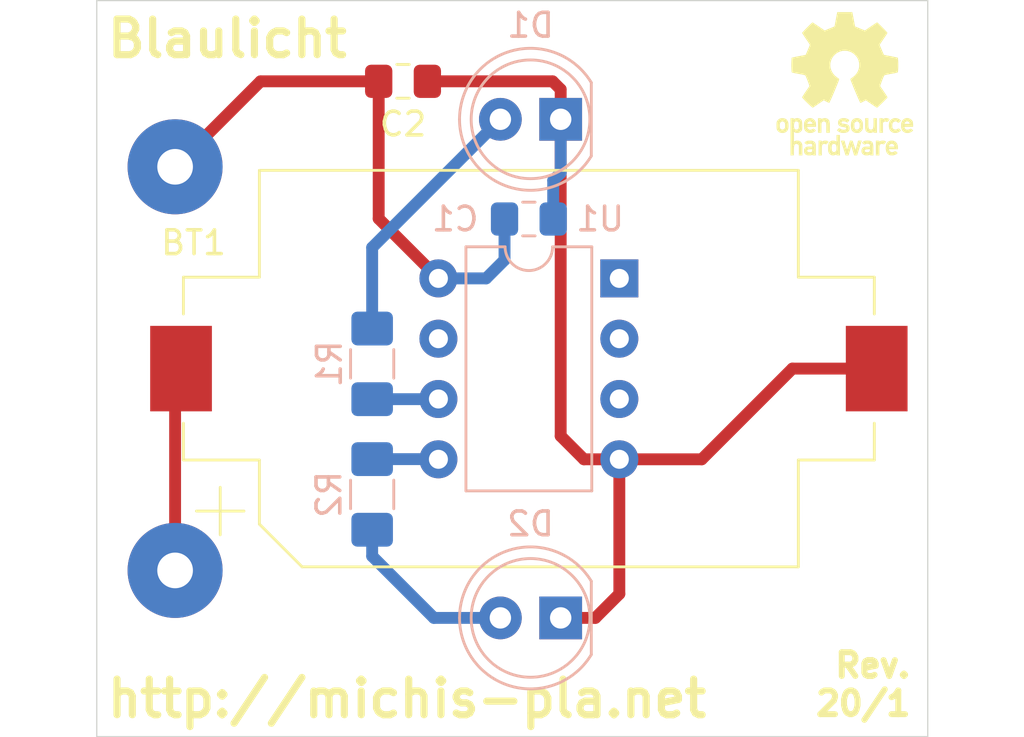
<source format=kicad_pcb>
(kicad_pcb (version 20171130) (host pcbnew "(5.1.5)-3")

  (general
    (thickness 1.6)
    (drawings 8)
    (tracks 33)
    (zones 0)
    (modules 11)
    (nets 12)
  )

  (page A4)
  (title_block
    (title Blaulicht)
    (date 2020-04-19)
    (rev 20/1)
    (company "Michael Bemmerl")
    (comment 1 "Open Hardware: CERN OHL v1.2")
  )

  (layers
    (0 F.Cu signal)
    (31 B.Cu signal)
    (32 B.Adhes user)
    (33 F.Adhes user)
    (34 B.Paste user)
    (35 F.Paste user)
    (36 B.SilkS user)
    (37 F.SilkS user)
    (38 B.Mask user)
    (39 F.Mask user)
    (40 Dwgs.User user)
    (41 Cmts.User user)
    (42 Eco1.User user)
    (43 Eco2.User user)
    (44 Edge.Cuts user)
    (45 Margin user)
    (46 B.CrtYd user)
    (47 F.CrtYd user)
    (48 B.Fab user hide)
    (49 F.Fab user hide)
  )

  (setup
    (last_trace_width 0.5)
    (user_trace_width 0.5)
    (trace_clearance 0.2)
    (zone_clearance 0.508)
    (zone_45_only no)
    (trace_min 0.2)
    (via_size 0.8)
    (via_drill 0.4)
    (via_min_size 0.4)
    (via_min_drill 0.3)
    (user_via 3 1.5)
    (uvia_size 0.3)
    (uvia_drill 0.1)
    (uvias_allowed no)
    (uvia_min_size 0.2)
    (uvia_min_drill 0.1)
    (edge_width 0.05)
    (segment_width 0.2)
    (pcb_text_width 0.3)
    (pcb_text_size 1.5 1.5)
    (mod_edge_width 0.12)
    (mod_text_size 1 1)
    (mod_text_width 0.15)
    (pad_size 4.0005 4.0005)
    (pad_drill 1.50114)
    (pad_to_mask_clearance 0.051)
    (solder_mask_min_width 0.25)
    (aux_axis_origin 0 0)
    (visible_elements 7FFFFFFF)
    (pcbplotparams
      (layerselection 0x010fc_ffffffff)
      (usegerberextensions false)
      (usegerberattributes false)
      (usegerberadvancedattributes false)
      (creategerberjobfile false)
      (excludeedgelayer true)
      (linewidth 0.100000)
      (plotframeref false)
      (viasonmask false)
      (mode 1)
      (useauxorigin false)
      (hpglpennumber 1)
      (hpglpenspeed 20)
      (hpglpendiameter 15.000000)
      (psnegative false)
      (psa4output false)
      (plotreference true)
      (plotvalue true)
      (plotinvisibletext false)
      (padsonsilk false)
      (subtractmaskfromsilk false)
      (outputformat 1)
      (mirror false)
      (drillshape 1)
      (scaleselection 1)
      (outputdirectory ""))
  )

  (net 0 "")
  (net 1 GND)
  (net 2 VCC)
  (net 3 "Net-(U1-Pad7)")
  (net 4 "Net-(U1-Pad3)")
  (net 5 "Net-(U1-Pad2)")
  (net 6 "Net-(U1-Pad1)")
  (net 7 /BAT+)
  (net 8 /I_D1)
  (net 9 /I_D2)
  (net 10 /PB1)
  (net 11 /PB2)

  (net_class Default "Dies ist die voreingestellte Netzklasse."
    (clearance 0.2)
    (trace_width 0.25)
    (via_dia 0.8)
    (via_drill 0.4)
    (uvia_dia 0.3)
    (uvia_drill 0.1)
    (add_net /BAT+)
    (add_net /I_D1)
    (add_net /I_D2)
    (add_net /PB1)
    (add_net /PB2)
    (add_net GND)
    (add_net "Net-(U1-Pad1)")
    (add_net "Net-(U1-Pad2)")
    (add_net "Net-(U1-Pad3)")
    (add_net "Net-(U1-Pad7)")
    (add_net VCC)
  )

  (module Capacitor_SMD:C_0805_2012Metric_Pad1.15x1.40mm_HandSolder (layer F.Cu) (tedit 5B36C52B) (tstamp 5E9B916E)
    (at 112.9 87.9)
    (descr "Capacitor SMD 0805 (2012 Metric), square (rectangular) end terminal, IPC_7351 nominal with elongated pad for handsoldering. (Body size source: https://docs.google.com/spreadsheets/d/1BsfQQcO9C6DZCsRaXUlFlo91Tg2WpOkGARC1WS5S8t0/edit?usp=sharing), generated with kicad-footprint-generator")
    (tags "capacitor handsolder")
    (path /5E9C8322)
    (attr smd)
    (fp_text reference C2 (at 0 1.8) (layer F.SilkS)
      (effects (font (size 1 1) (thickness 0.15)))
    )
    (fp_text value 2.2µ (at 0 1.65) (layer F.Fab)
      (effects (font (size 1 1) (thickness 0.15)))
    )
    (fp_text user %R (at 0 0) (layer F.Fab)
      (effects (font (size 0.5 0.5) (thickness 0.08)))
    )
    (fp_line (start 1.85 0.95) (end -1.85 0.95) (layer F.CrtYd) (width 0.05))
    (fp_line (start 1.85 -0.95) (end 1.85 0.95) (layer F.CrtYd) (width 0.05))
    (fp_line (start -1.85 -0.95) (end 1.85 -0.95) (layer F.CrtYd) (width 0.05))
    (fp_line (start -1.85 0.95) (end -1.85 -0.95) (layer F.CrtYd) (width 0.05))
    (fp_line (start -0.261252 0.71) (end 0.261252 0.71) (layer F.SilkS) (width 0.12))
    (fp_line (start -0.261252 -0.71) (end 0.261252 -0.71) (layer F.SilkS) (width 0.12))
    (fp_line (start 1 0.6) (end -1 0.6) (layer F.Fab) (width 0.1))
    (fp_line (start 1 -0.6) (end 1 0.6) (layer F.Fab) (width 0.1))
    (fp_line (start -1 -0.6) (end 1 -0.6) (layer F.Fab) (width 0.1))
    (fp_line (start -1 0.6) (end -1 -0.6) (layer F.Fab) (width 0.1))
    (pad 2 smd roundrect (at 1.025 0) (size 1.15 1.4) (layers F.Cu F.Paste F.Mask) (roundrect_rratio 0.217391)
      (net 1 GND))
    (pad 1 smd roundrect (at -1.025 0) (size 1.15 1.4) (layers F.Cu F.Paste F.Mask) (roundrect_rratio 0.217391)
      (net 2 VCC))
    (model ${KISYS3DMOD}/Capacitor_SMD.3dshapes/C_0805_2012Metric.wrl
      (at (xyz 0 0 0))
      (scale (xyz 1 1 1))
      (rotate (xyz 0 0 0))
    )
  )

  (module Symbol:OSHW-Logo_5.7x6mm_SilkScreen (layer F.Cu) (tedit 0) (tstamp 5E9BEE26)
    (at 131.5 88)
    (descr "Open Source Hardware Logo")
    (tags "Logo OSHW")
    (attr virtual)
    (fp_text reference REF** (at 0 0) (layer F.SilkS) hide
      (effects (font (size 1 1) (thickness 0.15)))
    )
    (fp_text value OSHW-Logo_5.7x6mm_SilkScreen (at 0.75 0) (layer F.Fab) hide
      (effects (font (size 1 1) (thickness 0.15)))
    )
    (fp_poly (pts (xy 0.376964 -2.709982) (xy 0.433812 -2.40843) (xy 0.853338 -2.235488) (xy 1.104984 -2.406605)
      (xy 1.175458 -2.45425) (xy 1.239163 -2.49679) (xy 1.293126 -2.532285) (xy 1.334373 -2.55879)
      (xy 1.359934 -2.574364) (xy 1.366895 -2.577722) (xy 1.379435 -2.569086) (xy 1.406231 -2.545208)
      (xy 1.44428 -2.509141) (xy 1.490579 -2.463933) (xy 1.542123 -2.412636) (xy 1.595909 -2.358299)
      (xy 1.648935 -2.303972) (xy 1.698195 -2.252705) (xy 1.740687 -2.207549) (xy 1.773407 -2.171554)
      (xy 1.793351 -2.14777) (xy 1.798119 -2.13981) (xy 1.791257 -2.125135) (xy 1.77202 -2.092986)
      (xy 1.74243 -2.046508) (xy 1.70451 -1.988844) (xy 1.660282 -1.92314) (xy 1.634654 -1.885664)
      (xy 1.587941 -1.817232) (xy 1.546432 -1.75548) (xy 1.51214 -1.703481) (xy 1.48708 -1.664308)
      (xy 1.473264 -1.641035) (xy 1.471188 -1.636145) (xy 1.475895 -1.622245) (xy 1.488723 -1.58985)
      (xy 1.507738 -1.543515) (xy 1.531003 -1.487794) (xy 1.556584 -1.427242) (xy 1.582545 -1.366414)
      (xy 1.60695 -1.309864) (xy 1.627863 -1.262148) (xy 1.643349 -1.227819) (xy 1.651472 -1.211432)
      (xy 1.651952 -1.210788) (xy 1.664707 -1.207659) (xy 1.698677 -1.200679) (xy 1.75034 -1.190533)
      (xy 1.816176 -1.177908) (xy 1.892664 -1.163491) (xy 1.93729 -1.155177) (xy 2.019021 -1.139616)
      (xy 2.092843 -1.124808) (xy 2.155021 -1.111564) (xy 2.201822 -1.100695) (xy 2.229509 -1.093011)
      (xy 2.235074 -1.090573) (xy 2.240526 -1.07407) (xy 2.244924 -1.0368) (xy 2.248272 -0.98312)
      (xy 2.250574 -0.917388) (xy 2.251832 -0.843963) (xy 2.252048 -0.767204) (xy 2.251227 -0.691468)
      (xy 2.249371 -0.621114) (xy 2.246482 -0.5605) (xy 2.242565 -0.513984) (xy 2.237622 -0.485925)
      (xy 2.234657 -0.480084) (xy 2.216934 -0.473083) (xy 2.179381 -0.463073) (xy 2.126964 -0.451231)
      (xy 2.064652 -0.438733) (xy 2.0429 -0.43469) (xy 1.938024 -0.41548) (xy 1.85518 -0.400009)
      (xy 1.79163 -0.387663) (xy 1.744637 -0.377827) (xy 1.711463 -0.369886) (xy 1.689371 -0.363224)
      (xy 1.675624 -0.357227) (xy 1.667484 -0.351281) (xy 1.666345 -0.350106) (xy 1.654977 -0.331174)
      (xy 1.637635 -0.294331) (xy 1.61605 -0.244087) (xy 1.591954 -0.184954) (xy 1.567079 -0.121444)
      (xy 1.543157 -0.058068) (xy 1.521919 0.000662) (xy 1.505097 0.050235) (xy 1.494422 0.086139)
      (xy 1.491627 0.103862) (xy 1.49186 0.104483) (xy 1.501331 0.11897) (xy 1.522818 0.150844)
      (xy 1.554063 0.196789) (xy 1.592807 0.253485) (xy 1.636793 0.317617) (xy 1.649319 0.335842)
      (xy 1.693984 0.401914) (xy 1.733288 0.4622) (xy 1.765088 0.513235) (xy 1.787245 0.55156)
      (xy 1.797617 0.573711) (xy 1.798119 0.576432) (xy 1.789405 0.590736) (xy 1.765325 0.619072)
      (xy 1.728976 0.658396) (xy 1.683453 0.705661) (xy 1.631852 0.757823) (xy 1.577267 0.811835)
      (xy 1.522794 0.864653) (xy 1.471529 0.913231) (xy 1.426567 0.954523) (xy 1.391004 0.985485)
      (xy 1.367935 1.00307) (xy 1.361554 1.005941) (xy 1.346699 0.999178) (xy 1.316286 0.980939)
      (xy 1.275268 0.954297) (xy 1.243709 0.932852) (xy 1.186525 0.893503) (xy 1.118806 0.847171)
      (xy 1.05088 0.800913) (xy 1.014361 0.776155) (xy 0.890752 0.692547) (xy 0.786991 0.74865)
      (xy 0.73972 0.773228) (xy 0.699523 0.792331) (xy 0.672326 0.803227) (xy 0.665402 0.804743)
      (xy 0.657077 0.793549) (xy 0.640654 0.761917) (xy 0.617357 0.712765) (xy 0.588414 0.64901)
      (xy 0.55505 0.573571) (xy 0.518491 0.489364) (xy 0.479964 0.399308) (xy 0.440694 0.306321)
      (xy 0.401908 0.21332) (xy 0.36483 0.123223) (xy 0.330689 0.038948) (xy 0.300708 -0.036587)
      (xy 0.276116 -0.100466) (xy 0.258136 -0.149769) (xy 0.247997 -0.181579) (xy 0.246366 -0.192504)
      (xy 0.259291 -0.206439) (xy 0.287589 -0.22906) (xy 0.325346 -0.255667) (xy 0.328515 -0.257772)
      (xy 0.4261 -0.335886) (xy 0.504786 -0.427018) (xy 0.563891 -0.528255) (xy 0.602732 -0.636682)
      (xy 0.620628 -0.749386) (xy 0.616897 -0.863452) (xy 0.590857 -0.975966) (xy 0.541825 -1.084015)
      (xy 0.5274 -1.107655) (xy 0.452369 -1.203113) (xy 0.36373 -1.279768) (xy 0.264549 -1.33722)
      (xy 0.157895 -1.375071) (xy 0.046836 -1.392922) (xy -0.065561 -1.390375) (xy -0.176227 -1.36703)
      (xy -0.282094 -1.32249) (xy -0.380095 -1.256355) (xy -0.41041 -1.229513) (xy -0.487562 -1.145488)
      (xy -0.543782 -1.057034) (xy -0.582347 -0.957885) (xy -0.603826 -0.859697) (xy -0.609128 -0.749303)
      (xy -0.591448 -0.63836) (xy -0.552581 -0.530619) (xy -0.494323 -0.429831) (xy -0.418469 -0.339744)
      (xy -0.326817 -0.264108) (xy -0.314772 -0.256136) (xy -0.276611 -0.230026) (xy -0.247601 -0.207405)
      (xy -0.233732 -0.192961) (xy -0.233531 -0.192504) (xy -0.236508 -0.176879) (xy -0.248311 -0.141418)
      (xy -0.267714 -0.089038) (xy -0.293488 -0.022655) (xy -0.324409 0.054814) (xy -0.359249 0.14045)
      (xy -0.396783 0.231337) (xy -0.435783 0.324559) (xy -0.475023 0.417197) (xy -0.513276 0.506335)
      (xy -0.549317 0.589055) (xy -0.581917 0.662441) (xy -0.609852 0.723575) (xy -0.631895 0.769541)
      (xy -0.646818 0.797421) (xy -0.652828 0.804743) (xy -0.671191 0.799041) (xy -0.705552 0.783749)
      (xy -0.749984 0.761599) (xy -0.774417 0.74865) (xy -0.878178 0.692547) (xy -1.001787 0.776155)
      (xy -1.064886 0.818987) (xy -1.13397 0.866122) (xy -1.198707 0.910503) (xy -1.231134 0.932852)
      (xy -1.276741 0.963477) (xy -1.31536 0.987747) (xy -1.341952 1.002587) (xy -1.35059 1.005724)
      (xy -1.363161 0.997261) (xy -1.390984 0.973636) (xy -1.431361 0.937302) (xy -1.481595 0.890711)
      (xy -1.538988 0.836317) (xy -1.575286 0.801392) (xy -1.63879 0.738996) (xy -1.693673 0.683188)
      (xy -1.737714 0.636354) (xy -1.768695 0.600882) (xy -1.784398 0.579161) (xy -1.785905 0.574752)
      (xy -1.778914 0.557985) (xy -1.759594 0.524082) (xy -1.730091 0.476476) (xy -1.692545 0.418599)
      (xy -1.6491 0.353884) (xy -1.636745 0.335842) (xy -1.591727 0.270267) (xy -1.55134 0.211228)
      (xy -1.51784 0.162042) (xy -1.493486 0.126028) (xy -1.480536 0.106502) (xy -1.479285 0.104483)
      (xy -1.481156 0.088922) (xy -1.491087 0.054709) (xy -1.507347 0.006355) (xy -1.528205 -0.051629)
      (xy -1.551927 -0.11473) (xy -1.576784 -0.178437) (xy -1.601042 -0.238239) (xy -1.622971 -0.289624)
      (xy -1.640838 -0.328081) (xy -1.652913 -0.349098) (xy -1.653771 -0.350106) (xy -1.661154 -0.356112)
      (xy -1.673625 -0.362052) (xy -1.69392 -0.36854) (xy -1.724778 -0.376191) (xy -1.768934 -0.38562)
      (xy -1.829126 -0.397441) (xy -1.908093 -0.412271) (xy -2.00857 -0.430723) (xy -2.030325 -0.43469)
      (xy -2.094802 -0.447147) (xy -2.151011 -0.459334) (xy -2.193987 -0.470074) (xy -2.21876 -0.478191)
      (xy -2.222082 -0.480084) (xy -2.227556 -0.496862) (xy -2.232006 -0.534355) (xy -2.235428 -0.588206)
      (xy -2.237819 -0.654056) (xy -2.239177 -0.727547) (xy -2.239499 -0.80432) (xy -2.238781 -0.880017)
      (xy -2.237021 -0.95028) (xy -2.234216 -1.01075) (xy -2.230362 -1.05707) (xy -2.225457 -1.084881)
      (xy -2.2225 -1.090573) (xy -2.206037 -1.096314) (xy -2.168551 -1.105655) (xy -2.113775 -1.117785)
      (xy -2.045445 -1.131893) (xy -1.967294 -1.14717) (xy -1.924716 -1.155177) (xy -1.843929 -1.170279)
      (xy -1.771887 -1.18396) (xy -1.712111 -1.195533) (xy -1.668121 -1.204313) (xy -1.643439 -1.209613)
      (xy -1.639377 -1.210788) (xy -1.632511 -1.224035) (xy -1.617998 -1.255943) (xy -1.597771 -1.301953)
      (xy -1.573766 -1.357508) (xy -1.547918 -1.418047) (xy -1.52216 -1.479014) (xy -1.498427 -1.535849)
      (xy -1.478654 -1.583994) (xy -1.464776 -1.61889) (xy -1.458726 -1.635979) (xy -1.458614 -1.636726)
      (xy -1.465472 -1.650207) (xy -1.484698 -1.68123) (xy -1.514272 -1.726711) (xy -1.552173 -1.783568)
      (xy -1.59638 -1.848717) (xy -1.622079 -1.886138) (xy -1.668907 -1.954753) (xy -1.710499 -2.017048)
      (xy -1.744825 -2.069871) (xy -1.769857 -2.110073) (xy -1.783565 -2.1345) (xy -1.785544 -2.139976)
      (xy -1.777034 -2.152722) (xy -1.753507 -2.179937) (xy -1.717968 -2.218572) (xy -1.673423 -2.265577)
      (xy -1.622877 -2.317905) (xy -1.569336 -2.372505) (xy -1.515805 -2.42633) (xy -1.465289 -2.47633)
      (xy -1.420794 -2.519457) (xy -1.385325 -2.552661) (xy -1.361887 -2.572894) (xy -1.354046 -2.577722)
      (xy -1.34128 -2.570933) (xy -1.310744 -2.551858) (xy -1.26541 -2.522439) (xy -1.208244 -2.484619)
      (xy -1.142216 -2.440339) (xy -1.09241 -2.406605) (xy -0.840764 -2.235488) (xy -0.631001 -2.321959)
      (xy -0.421237 -2.40843) (xy -0.364389 -2.709982) (xy -0.30754 -3.011534) (xy 0.320115 -3.011534)
      (xy 0.376964 -2.709982)) (layer F.SilkS) (width 0.01))
    (fp_poly (pts (xy 1.79946 1.45803) (xy 1.842711 1.471245) (xy 1.870558 1.487941) (xy 1.879629 1.501145)
      (xy 1.877132 1.516797) (xy 1.860931 1.541385) (xy 1.847232 1.5588) (xy 1.818992 1.590283)
      (xy 1.797775 1.603529) (xy 1.779688 1.602664) (xy 1.726035 1.58901) (xy 1.68663 1.58963)
      (xy 1.654632 1.605104) (xy 1.64389 1.614161) (xy 1.609505 1.646027) (xy 1.609505 2.062179)
      (xy 1.471188 2.062179) (xy 1.471188 1.458614) (xy 1.540347 1.458614) (xy 1.581869 1.460256)
      (xy 1.603291 1.466087) (xy 1.609502 1.477461) (xy 1.609505 1.477798) (xy 1.612439 1.489713)
      (xy 1.625704 1.488159) (xy 1.644084 1.479563) (xy 1.682046 1.463568) (xy 1.712872 1.453945)
      (xy 1.752536 1.451478) (xy 1.79946 1.45803)) (layer F.SilkS) (width 0.01))
    (fp_poly (pts (xy -0.754012 1.469002) (xy -0.722717 1.48395) (xy -0.692409 1.505541) (xy -0.669318 1.530391)
      (xy -0.6525 1.562087) (xy -0.641006 1.604214) (xy -0.633891 1.660358) (xy -0.630207 1.734106)
      (xy -0.629008 1.829044) (xy -0.628989 1.838985) (xy -0.628713 2.062179) (xy -0.76703 2.062179)
      (xy -0.76703 1.856418) (xy -0.767128 1.780189) (xy -0.767809 1.724939) (xy -0.769651 1.686501)
      (xy -0.773233 1.660706) (xy -0.779132 1.643384) (xy -0.787927 1.630368) (xy -0.80018 1.617507)
      (xy -0.843047 1.589873) (xy -0.889843 1.584745) (xy -0.934424 1.602217) (xy -0.949928 1.615221)
      (xy -0.96131 1.627447) (xy -0.969481 1.64054) (xy -0.974974 1.658615) (xy -0.97832 1.685787)
      (xy -0.980051 1.72617) (xy -0.980697 1.783879) (xy -0.980792 1.854132) (xy -0.980792 2.062179)
      (xy -1.119109 2.062179) (xy -1.119109 1.458614) (xy -1.04995 1.458614) (xy -1.008428 1.460256)
      (xy -0.987006 1.466087) (xy -0.980795 1.477461) (xy -0.980792 1.477798) (xy -0.97791 1.488938)
      (xy -0.965199 1.487674) (xy -0.939926 1.475434) (xy -0.882605 1.457424) (xy -0.817037 1.455421)
      (xy -0.754012 1.469002)) (layer F.SilkS) (width 0.01))
    (fp_poly (pts (xy 2.677898 1.456457) (xy 2.710096 1.464279) (xy 2.771825 1.492921) (xy 2.82461 1.536667)
      (xy 2.861141 1.589117) (xy 2.86616 1.600893) (xy 2.873045 1.63174) (xy 2.877864 1.677371)
      (xy 2.879505 1.723492) (xy 2.879505 1.810693) (xy 2.697178 1.810693) (xy 2.621979 1.810978)
      (xy 2.569003 1.812704) (xy 2.535325 1.817181) (xy 2.51802 1.82572) (xy 2.514163 1.83963)
      (xy 2.520829 1.860222) (xy 2.53277 1.884315) (xy 2.56608 1.924525) (xy 2.612368 1.944558)
      (xy 2.668944 1.943905) (xy 2.733031 1.922101) (xy 2.788417 1.895193) (xy 2.834375 1.931532)
      (xy 2.880333 1.967872) (xy 2.837096 2.007819) (xy 2.779374 2.045563) (xy 2.708386 2.06832)
      (xy 2.632029 2.074688) (xy 2.558199 2.063268) (xy 2.546287 2.059393) (xy 2.481399 2.025506)
      (xy 2.43313 1.974986) (xy 2.400465 1.906325) (xy 2.382385 1.818014) (xy 2.382175 1.816121)
      (xy 2.380556 1.719878) (xy 2.3871 1.685542) (xy 2.514852 1.685542) (xy 2.526584 1.690822)
      (xy 2.558438 1.694867) (xy 2.605397 1.697176) (xy 2.635154 1.697525) (xy 2.690648 1.697306)
      (xy 2.725346 1.695916) (xy 2.743601 1.692251) (xy 2.749766 1.68521) (xy 2.748195 1.67369)
      (xy 2.746878 1.669233) (xy 2.724382 1.627355) (xy 2.689003 1.593604) (xy 2.65778 1.578773)
      (xy 2.616301 1.579668) (xy 2.574269 1.598164) (xy 2.539012 1.628786) (xy 2.517854 1.666062)
      (xy 2.514852 1.685542) (xy 2.3871 1.685542) (xy 2.39669 1.635229) (xy 2.428698 1.564191)
      (xy 2.474701 1.508779) (xy 2.532821 1.471009) (xy 2.60118 1.452896) (xy 2.677898 1.456457)) (layer F.SilkS) (width 0.01))
    (fp_poly (pts (xy 2.217226 1.46388) (xy 2.29008 1.49483) (xy 2.313027 1.509895) (xy 2.342354 1.533048)
      (xy 2.360764 1.551253) (xy 2.363961 1.557183) (xy 2.354935 1.57034) (xy 2.331837 1.592667)
      (xy 2.313344 1.60825) (xy 2.262728 1.648926) (xy 2.22276 1.615295) (xy 2.191874 1.593584)
      (xy 2.161759 1.58609) (xy 2.127292 1.58792) (xy 2.072561 1.601528) (xy 2.034886 1.629772)
      (xy 2.011991 1.675433) (xy 2.001597 1.741289) (xy 2.001595 1.741331) (xy 2.002494 1.814939)
      (xy 2.016463 1.868946) (xy 2.044328 1.905716) (xy 2.063325 1.918168) (xy 2.113776 1.933673)
      (xy 2.167663 1.933683) (xy 2.214546 1.918638) (xy 2.225644 1.911287) (xy 2.253476 1.892511)
      (xy 2.275236 1.889434) (xy 2.298704 1.903409) (xy 2.324649 1.92851) (xy 2.365716 1.97088)
      (xy 2.320121 2.008464) (xy 2.249674 2.050882) (xy 2.170233 2.071785) (xy 2.087215 2.070272)
      (xy 2.032694 2.056411) (xy 1.96897 2.022135) (xy 1.918005 1.968212) (xy 1.894851 1.930149)
      (xy 1.876099 1.875536) (xy 1.866715 1.806369) (xy 1.866643 1.731407) (xy 1.875824 1.659409)
      (xy 1.894199 1.599137) (xy 1.897093 1.592958) (xy 1.939952 1.532351) (xy 1.997979 1.488224)
      (xy 2.066591 1.461493) (xy 2.141201 1.453073) (xy 2.217226 1.46388)) (layer F.SilkS) (width 0.01))
    (fp_poly (pts (xy 0.993367 1.654342) (xy 0.994555 1.746563) (xy 0.998897 1.81661) (xy 1.007558 1.867381)
      (xy 1.021704 1.901772) (xy 1.0425 1.922679) (xy 1.07111 1.933) (xy 1.106535 1.935636)
      (xy 1.143636 1.932682) (xy 1.171818 1.921889) (xy 1.192243 1.90036) (xy 1.206079 1.865199)
      (xy 1.214491 1.81351) (xy 1.218643 1.742394) (xy 1.219703 1.654342) (xy 1.219703 1.458614)
      (xy 1.35802 1.458614) (xy 1.35802 2.062179) (xy 1.288862 2.062179) (xy 1.24717 2.060489)
      (xy 1.225701 2.054556) (xy 1.219703 2.043293) (xy 1.216091 2.033261) (xy 1.201714 2.035383)
      (xy 1.172736 2.04958) (xy 1.106319 2.07148) (xy 1.035875 2.069928) (xy 0.968377 2.046147)
      (xy 0.936233 2.027362) (xy 0.911715 2.007022) (xy 0.893804 1.981573) (xy 0.881479 1.947458)
      (xy 0.873723 1.901121) (xy 0.869516 1.839007) (xy 0.86784 1.757561) (xy 0.867624 1.694578)
      (xy 0.867624 1.458614) (xy 0.993367 1.458614) (xy 0.993367 1.654342)) (layer F.SilkS) (width 0.01))
    (fp_poly (pts (xy 0.610762 1.466055) (xy 0.674363 1.500692) (xy 0.724123 1.555372) (xy 0.747568 1.599842)
      (xy 0.757634 1.639121) (xy 0.764156 1.695116) (xy 0.766951 1.759621) (xy 0.765836 1.824429)
      (xy 0.760626 1.881334) (xy 0.754541 1.911727) (xy 0.734014 1.953306) (xy 0.698463 1.997468)
      (xy 0.655619 2.036087) (xy 0.613211 2.061034) (xy 0.612177 2.06143) (xy 0.559553 2.072331)
      (xy 0.497188 2.072601) (xy 0.437924 2.062676) (xy 0.41504 2.054722) (xy 0.356102 2.0213)
      (xy 0.31389 1.977511) (xy 0.286156 1.919538) (xy 0.270651 1.843565) (xy 0.267143 1.803771)
      (xy 0.26759 1.753766) (xy 0.402376 1.753766) (xy 0.406917 1.826732) (xy 0.419986 1.882334)
      (xy 0.440756 1.917861) (xy 0.455552 1.92802) (xy 0.493464 1.935104) (xy 0.538527 1.933007)
      (xy 0.577487 1.922812) (xy 0.587704 1.917204) (xy 0.614659 1.884538) (xy 0.632451 1.834545)
      (xy 0.640024 1.773705) (xy 0.636325 1.708497) (xy 0.628057 1.669253) (xy 0.60432 1.623805)
      (xy 0.566849 1.595396) (xy 0.52172 1.585573) (xy 0.475011 1.595887) (xy 0.439132 1.621112)
      (xy 0.420277 1.641925) (xy 0.409272 1.662439) (xy 0.404026 1.690203) (xy 0.402449 1.732762)
      (xy 0.402376 1.753766) (xy 0.26759 1.753766) (xy 0.268094 1.69758) (xy 0.285388 1.610501)
      (xy 0.319029 1.54253) (xy 0.369018 1.493664) (xy 0.435356 1.463899) (xy 0.449601 1.460448)
      (xy 0.53521 1.452345) (xy 0.610762 1.466055)) (layer F.SilkS) (width 0.01))
    (fp_poly (pts (xy 0.014017 1.456452) (xy 0.061634 1.465482) (xy 0.111034 1.48437) (xy 0.116312 1.486777)
      (xy 0.153774 1.506476) (xy 0.179717 1.524781) (xy 0.188103 1.536508) (xy 0.180117 1.555632)
      (xy 0.16072 1.58385) (xy 0.15211 1.594384) (xy 0.116628 1.635847) (xy 0.070885 1.608858)
      (xy 0.02735 1.590878) (xy -0.02295 1.581267) (xy -0.071188 1.58066) (xy -0.108533 1.589691)
      (xy -0.117495 1.595327) (xy -0.134563 1.621171) (xy -0.136637 1.650941) (xy -0.123866 1.674197)
      (xy -0.116312 1.678708) (xy -0.093675 1.684309) (xy -0.053885 1.690892) (xy -0.004834 1.697183)
      (xy 0.004215 1.69817) (xy 0.082996 1.711798) (xy 0.140136 1.734946) (xy 0.17803 1.769752)
      (xy 0.199079 1.818354) (xy 0.205635 1.877718) (xy 0.196577 1.945198) (xy 0.167164 1.998188)
      (xy 0.117278 2.036783) (xy 0.0468 2.061081) (xy -0.031435 2.070667) (xy -0.095234 2.070552)
      (xy -0.146984 2.061845) (xy -0.182327 2.049825) (xy -0.226983 2.02888) (xy -0.268253 2.004574)
      (xy -0.282921 1.993876) (xy -0.320643 1.963084) (xy -0.275148 1.917049) (xy -0.229653 1.871013)
      (xy -0.177928 1.905243) (xy -0.126048 1.930952) (xy -0.070649 1.944399) (xy -0.017395 1.945818)
      (xy 0.028049 1.935443) (xy 0.060016 1.913507) (xy 0.070338 1.894998) (xy 0.068789 1.865314)
      (xy 0.04314 1.842615) (xy -0.00654 1.82694) (xy -0.060969 1.819695) (xy -0.144736 1.805873)
      (xy -0.206967 1.779796) (xy -0.248493 1.740699) (xy -0.270147 1.68782) (xy -0.273147 1.625126)
      (xy -0.258329 1.559642) (xy -0.224546 1.510144) (xy -0.171495 1.476408) (xy -0.098874 1.458207)
      (xy -0.045072 1.454639) (xy 0.014017 1.456452)) (layer F.SilkS) (width 0.01))
    (fp_poly (pts (xy -1.356699 1.472614) (xy -1.344168 1.478514) (xy -1.300799 1.510283) (xy -1.25979 1.556646)
      (xy -1.229168 1.607696) (xy -1.220459 1.631166) (xy -1.212512 1.673091) (xy -1.207774 1.723757)
      (xy -1.207199 1.744679) (xy -1.207129 1.810693) (xy -1.587083 1.810693) (xy -1.578983 1.845273)
      (xy -1.559104 1.88617) (xy -1.524347 1.921514) (xy -1.482998 1.944282) (xy -1.456649 1.94901)
      (xy -1.420916 1.943273) (xy -1.378282 1.928882) (xy -1.363799 1.922262) (xy -1.31024 1.895513)
      (xy -1.264533 1.930376) (xy -1.238158 1.953955) (xy -1.224124 1.973417) (xy -1.223414 1.979129)
      (xy -1.235951 1.992973) (xy -1.263428 2.014012) (xy -1.288366 2.030425) (xy -1.355664 2.05993)
      (xy -1.43111 2.073284) (xy -1.505888 2.069812) (xy -1.565495 2.051663) (xy -1.626941 2.012784)
      (xy -1.670608 1.961595) (xy -1.697926 1.895367) (xy -1.710322 1.811371) (xy -1.711421 1.772936)
      (xy -1.707022 1.684861) (xy -1.706482 1.682299) (xy -1.580582 1.682299) (xy -1.577115 1.690558)
      (xy -1.562863 1.695113) (xy -1.53347 1.697065) (xy -1.484575 1.697517) (xy -1.465748 1.697525)
      (xy -1.408467 1.696843) (xy -1.372141 1.694364) (xy -1.352604 1.689443) (xy -1.34569 1.681434)
      (xy -1.345445 1.678862) (xy -1.353336 1.658423) (xy -1.373085 1.629789) (xy -1.381575 1.619763)
      (xy -1.413094 1.591408) (xy -1.445949 1.580259) (xy -1.463651 1.579327) (xy -1.511539 1.590981)
      (xy -1.551699 1.622285) (xy -1.577173 1.667752) (xy -1.577625 1.669233) (xy -1.580582 1.682299)
      (xy -1.706482 1.682299) (xy -1.692392 1.61551) (xy -1.666038 1.560025) (xy -1.633807 1.520639)
      (xy -1.574217 1.477931) (xy -1.504168 1.455109) (xy -1.429661 1.453046) (xy -1.356699 1.472614)) (layer F.SilkS) (width 0.01))
    (fp_poly (pts (xy -2.538261 1.465148) (xy -2.472479 1.494231) (xy -2.42254 1.542793) (xy -2.388374 1.610908)
      (xy -2.369907 1.698651) (xy -2.368583 1.712351) (xy -2.367546 1.808939) (xy -2.380993 1.893602)
      (xy -2.408108 1.962221) (xy -2.422627 1.984294) (xy -2.473201 2.031011) (xy -2.537609 2.061268)
      (xy -2.609666 2.073824) (xy -2.683185 2.067439) (xy -2.739072 2.047772) (xy -2.787132 2.014629)
      (xy -2.826412 1.971175) (xy -2.827092 1.970158) (xy -2.843044 1.943338) (xy -2.85341 1.916368)
      (xy -2.859688 1.882332) (xy -2.863373 1.83431) (xy -2.864997 1.794931) (xy -2.865672 1.759219)
      (xy -2.739955 1.759219) (xy -2.738726 1.79477) (xy -2.734266 1.842094) (xy -2.726397 1.872465)
      (xy -2.712207 1.894072) (xy -2.698917 1.906694) (xy -2.651802 1.933122) (xy -2.602505 1.936653)
      (xy -2.556593 1.917639) (xy -2.533638 1.896331) (xy -2.517096 1.874859) (xy -2.507421 1.854313)
      (xy -2.503174 1.827574) (xy -2.50292 1.787523) (xy -2.504228 1.750638) (xy -2.507043 1.697947)
      (xy -2.511505 1.663772) (xy -2.519548 1.64148) (xy -2.533103 1.624442) (xy -2.543845 1.614703)
      (xy -2.588777 1.589123) (xy -2.637249 1.587847) (xy -2.677894 1.602999) (xy -2.712567 1.634642)
      (xy -2.733224 1.68662) (xy -2.739955 1.759219) (xy -2.865672 1.759219) (xy -2.866479 1.716621)
      (xy -2.863948 1.658056) (xy -2.856362 1.614007) (xy -2.842681 1.579248) (xy -2.821865 1.548551)
      (xy -2.814147 1.539436) (xy -2.765889 1.494021) (xy -2.714128 1.467493) (xy -2.650828 1.456379)
      (xy -2.619961 1.455471) (xy -2.538261 1.465148)) (layer F.SilkS) (width 0.01))
    (fp_poly (pts (xy 2.032581 2.40497) (xy 2.092685 2.420597) (xy 2.143021 2.452848) (xy 2.167393 2.47694)
      (xy 2.207345 2.533895) (xy 2.230242 2.599965) (xy 2.238108 2.681182) (xy 2.238148 2.687748)
      (xy 2.238218 2.753763) (xy 1.858264 2.753763) (xy 1.866363 2.788342) (xy 1.880987 2.819659)
      (xy 1.906581 2.852291) (xy 1.911935 2.8575) (xy 1.957943 2.885694) (xy 2.01041 2.890475)
      (xy 2.070803 2.871926) (xy 2.08104 2.866931) (xy 2.112439 2.851745) (xy 2.13347 2.843094)
      (xy 2.137139 2.842293) (xy 2.149948 2.850063) (xy 2.174378 2.869072) (xy 2.186779 2.87946)
      (xy 2.212476 2.903321) (xy 2.220915 2.919077) (xy 2.215058 2.933571) (xy 2.211928 2.937534)
      (xy 2.190725 2.954879) (xy 2.155738 2.975959) (xy 2.131337 2.988265) (xy 2.062072 3.009946)
      (xy 1.985388 3.016971) (xy 1.912765 3.008647) (xy 1.892426 3.002686) (xy 1.829476 2.968952)
      (xy 1.782815 2.917045) (xy 1.752173 2.846459) (xy 1.737282 2.756692) (xy 1.735647 2.709753)
      (xy 1.740421 2.641413) (xy 1.86099 2.641413) (xy 1.872652 2.646465) (xy 1.903998 2.650429)
      (xy 1.949571 2.652768) (xy 1.980446 2.653169) (xy 2.035981 2.652783) (xy 2.071033 2.650975)
      (xy 2.090262 2.646773) (xy 2.09833 2.639203) (xy 2.099901 2.628218) (xy 2.089121 2.594381)
      (xy 2.06198 2.56094) (xy 2.026277 2.535272) (xy 1.99056 2.524772) (xy 1.942048 2.534086)
      (xy 1.900053 2.561013) (xy 1.870936 2.599827) (xy 1.86099 2.641413) (xy 1.740421 2.641413)
      (xy 1.742599 2.610236) (xy 1.764055 2.530949) (xy 1.80047 2.471263) (xy 1.852297 2.430549)
      (xy 1.91999 2.408179) (xy 1.956662 2.403871) (xy 2.032581 2.40497)) (layer F.SilkS) (width 0.01))
    (fp_poly (pts (xy 1.635255 2.401486) (xy 1.683595 2.411015) (xy 1.711114 2.425125) (xy 1.740064 2.448568)
      (xy 1.698876 2.500571) (xy 1.673482 2.532064) (xy 1.656238 2.547428) (xy 1.639102 2.549776)
      (xy 1.614027 2.542217) (xy 1.602257 2.537941) (xy 1.55427 2.531631) (xy 1.510324 2.545156)
      (xy 1.47806 2.57571) (xy 1.472819 2.585452) (xy 1.467112 2.611258) (xy 1.462706 2.658817)
      (xy 1.459811 2.724758) (xy 1.458631 2.80571) (xy 1.458614 2.817226) (xy 1.458614 3.017822)
      (xy 1.320297 3.017822) (xy 1.320297 2.401683) (xy 1.389456 2.401683) (xy 1.429333 2.402725)
      (xy 1.450107 2.407358) (xy 1.457789 2.417849) (xy 1.458614 2.427745) (xy 1.458614 2.453806)
      (xy 1.491745 2.427745) (xy 1.529735 2.409965) (xy 1.58077 2.401174) (xy 1.635255 2.401486)) (layer F.SilkS) (width 0.01))
    (fp_poly (pts (xy 1.038411 2.405417) (xy 1.091411 2.41829) (xy 1.106731 2.42511) (xy 1.136428 2.442974)
      (xy 1.15922 2.463093) (xy 1.176083 2.488962) (xy 1.187998 2.524073) (xy 1.195942 2.57192)
      (xy 1.200894 2.635996) (xy 1.203831 2.719794) (xy 1.204947 2.775768) (xy 1.209052 3.017822)
      (xy 1.138932 3.017822) (xy 1.096393 3.016038) (xy 1.074476 3.009942) (xy 1.068812 2.999706)
      (xy 1.065821 2.988637) (xy 1.052451 2.990754) (xy 1.034233 2.999629) (xy 0.988624 3.013233)
      (xy 0.930007 3.016899) (xy 0.868354 3.010903) (xy 0.813638 2.995521) (xy 0.80873 2.993386)
      (xy 0.758723 2.958255) (xy 0.725756 2.909419) (xy 0.710587 2.852333) (xy 0.711746 2.831824)
      (xy 0.835508 2.831824) (xy 0.846413 2.859425) (xy 0.878745 2.879204) (xy 0.93091 2.889819)
      (xy 0.958787 2.891228) (xy 1.005247 2.88762) (xy 1.036129 2.873597) (xy 1.043664 2.866931)
      (xy 1.064076 2.830666) (xy 1.068812 2.797773) (xy 1.068812 2.753763) (xy 1.007513 2.753763)
      (xy 0.936256 2.757395) (xy 0.886276 2.768818) (xy 0.854696 2.788824) (xy 0.847626 2.797743)
      (xy 0.835508 2.831824) (xy 0.711746 2.831824) (xy 0.713971 2.792456) (xy 0.736663 2.735244)
      (xy 0.767624 2.69658) (xy 0.786376 2.679864) (xy 0.804733 2.668878) (xy 0.828619 2.66218)
      (xy 0.863957 2.658326) (xy 0.916669 2.655873) (xy 0.937577 2.655168) (xy 1.068812 2.650879)
      (xy 1.06862 2.611158) (xy 1.063537 2.569405) (xy 1.045162 2.544158) (xy 1.008039 2.52803)
      (xy 1.007043 2.527742) (xy 0.95441 2.5214) (xy 0.902906 2.529684) (xy 0.86463 2.549827)
      (xy 0.849272 2.559773) (xy 0.83273 2.558397) (xy 0.807275 2.543987) (xy 0.792328 2.533817)
      (xy 0.763091 2.512088) (xy 0.74498 2.4958) (xy 0.742074 2.491137) (xy 0.75404 2.467005)
      (xy 0.789396 2.438185) (xy 0.804753 2.428461) (xy 0.848901 2.411714) (xy 0.908398 2.402227)
      (xy 0.974487 2.400095) (xy 1.038411 2.405417)) (layer F.SilkS) (width 0.01))
    (fp_poly (pts (xy 0.281524 2.404237) (xy 0.331255 2.407971) (xy 0.461291 2.797773) (xy 0.481678 2.728614)
      (xy 0.493946 2.685874) (xy 0.510085 2.628115) (xy 0.527512 2.564625) (xy 0.536726 2.53057)
      (xy 0.571388 2.401683) (xy 0.714391 2.401683) (xy 0.671646 2.536857) (xy 0.650596 2.603342)
      (xy 0.625167 2.683539) (xy 0.59861 2.767193) (xy 0.574902 2.841782) (xy 0.520902 3.011535)
      (xy 0.462598 3.015328) (xy 0.404295 3.019122) (xy 0.372679 2.914734) (xy 0.353182 2.849889)
      (xy 0.331904 2.7784) (xy 0.313308 2.715263) (xy 0.312574 2.71275) (xy 0.298684 2.669969)
      (xy 0.286429 2.640779) (xy 0.277846 2.629741) (xy 0.276082 2.631018) (xy 0.269891 2.64813)
      (xy 0.258128 2.684787) (xy 0.242225 2.736378) (xy 0.223614 2.798294) (xy 0.213543 2.832352)
      (xy 0.159007 3.017822) (xy 0.043264 3.017822) (xy -0.049263 2.725471) (xy -0.075256 2.643462)
      (xy -0.098934 2.568987) (xy -0.11918 2.505544) (xy -0.134874 2.456632) (xy -0.144898 2.425749)
      (xy -0.147945 2.416726) (xy -0.145533 2.407487) (xy -0.126592 2.403441) (xy -0.087177 2.403846)
      (xy -0.081007 2.404152) (xy -0.007914 2.407971) (xy 0.039957 2.58401) (xy 0.057553 2.648211)
      (xy 0.073277 2.704649) (xy 0.085746 2.748422) (xy 0.093574 2.77463) (xy 0.09502 2.778903)
      (xy 0.101014 2.77399) (xy 0.113101 2.748532) (xy 0.129893 2.705997) (xy 0.150003 2.64985)
      (xy 0.167003 2.59913) (xy 0.231794 2.400504) (xy 0.281524 2.404237)) (layer F.SilkS) (width 0.01))
    (fp_poly (pts (xy -0.201188 3.017822) (xy -0.270346 3.017822) (xy -0.310488 3.016645) (xy -0.331394 3.011772)
      (xy -0.338922 3.001186) (xy -0.339505 2.994029) (xy -0.340774 2.979676) (xy -0.348779 2.976923)
      (xy -0.369815 2.985771) (xy -0.386173 2.994029) (xy -0.448977 3.013597) (xy -0.517248 3.014729)
      (xy -0.572752 3.000135) (xy -0.624438 2.964877) (xy -0.663838 2.912835) (xy -0.685413 2.85145)
      (xy -0.685962 2.848018) (xy -0.689167 2.810571) (xy -0.690761 2.756813) (xy -0.690633 2.716155)
      (xy -0.553279 2.716155) (xy -0.550097 2.770194) (xy -0.542859 2.814735) (xy -0.53306 2.839888)
      (xy -0.495989 2.87426) (xy -0.451974 2.886582) (xy -0.406584 2.876618) (xy -0.367797 2.846895)
      (xy -0.353108 2.826905) (xy -0.344519 2.80305) (xy -0.340496 2.76823) (xy -0.339505 2.71593)
      (xy -0.341278 2.664139) (xy -0.345963 2.618634) (xy -0.352603 2.588181) (xy -0.35371 2.585452)
      (xy -0.380491 2.553) (xy -0.419579 2.535183) (xy -0.463315 2.532306) (xy -0.504038 2.544674)
      (xy -0.534087 2.572593) (xy -0.537204 2.578148) (xy -0.546961 2.612022) (xy -0.552277 2.660728)
      (xy -0.553279 2.716155) (xy -0.690633 2.716155) (xy -0.690568 2.69554) (xy -0.689664 2.662563)
      (xy -0.683514 2.580981) (xy -0.670733 2.51973) (xy -0.649471 2.474449) (xy -0.617878 2.440779)
      (xy -0.587207 2.421014) (xy -0.544354 2.40712) (xy -0.491056 2.402354) (xy -0.43648 2.406236)
      (xy -0.389792 2.418282) (xy -0.365124 2.432693) (xy -0.339505 2.455878) (xy -0.339505 2.162773)
      (xy -0.201188 2.162773) (xy -0.201188 3.017822)) (layer F.SilkS) (width 0.01))
    (fp_poly (pts (xy -0.993356 2.40302) (xy -0.974539 2.40866) (xy -0.968473 2.421053) (xy -0.968218 2.426647)
      (xy -0.967129 2.44223) (xy -0.959632 2.444676) (xy -0.939381 2.433993) (xy -0.927351 2.426694)
      (xy -0.8894 2.411063) (xy -0.844072 2.403334) (xy -0.796544 2.40274) (xy -0.751995 2.408513)
      (xy -0.715602 2.419884) (xy -0.692543 2.436088) (xy -0.687996 2.456355) (xy -0.690291 2.461843)
      (xy -0.70702 2.484626) (xy -0.732963 2.512647) (xy -0.737655 2.517177) (xy -0.762383 2.538005)
      (xy -0.783718 2.544735) (xy -0.813555 2.540038) (xy -0.825508 2.536917) (xy -0.862705 2.529421)
      (xy -0.888859 2.532792) (xy -0.910946 2.544681) (xy -0.931178 2.560635) (xy -0.946079 2.5807)
      (xy -0.956434 2.608702) (xy -0.963029 2.648467) (xy -0.966649 2.703823) (xy -0.968078 2.778594)
      (xy -0.968218 2.82374) (xy -0.968218 3.017822) (xy -1.09396 3.017822) (xy -1.09396 2.401683)
      (xy -1.031089 2.401683) (xy -0.993356 2.40302)) (layer F.SilkS) (width 0.01))
    (fp_poly (pts (xy -1.38421 2.406555) (xy -1.325055 2.422339) (xy -1.280023 2.450948) (xy -1.248246 2.488419)
      (xy -1.238366 2.504411) (xy -1.231073 2.521163) (xy -1.225974 2.542592) (xy -1.222679 2.572616)
      (xy -1.220797 2.615154) (xy -1.219937 2.674122) (xy -1.219707 2.75344) (xy -1.219703 2.774484)
      (xy -1.219703 3.017822) (xy -1.280059 3.017822) (xy -1.318557 3.015126) (xy -1.347023 3.008295)
      (xy -1.354155 3.004083) (xy -1.373652 2.996813) (xy -1.393566 3.004083) (xy -1.426353 3.01316)
      (xy -1.473978 3.016813) (xy -1.526764 3.015228) (xy -1.575036 3.008589) (xy -1.603218 3.000072)
      (xy -1.657753 2.965063) (xy -1.691835 2.916479) (xy -1.707157 2.851882) (xy -1.707299 2.850223)
      (xy -1.705955 2.821566) (xy -1.584356 2.821566) (xy -1.573726 2.854161) (xy -1.55641 2.872505)
      (xy -1.521652 2.886379) (xy -1.475773 2.891917) (xy -1.428988 2.889191) (xy -1.391514 2.878274)
      (xy -1.381015 2.871269) (xy -1.362668 2.838904) (xy -1.35802 2.802111) (xy -1.35802 2.753763)
      (xy -1.427582 2.753763) (xy -1.493667 2.75885) (xy -1.543764 2.773263) (xy -1.574929 2.795729)
      (xy -1.584356 2.821566) (xy -1.705955 2.821566) (xy -1.703987 2.779647) (xy -1.68071 2.723845)
      (xy -1.636948 2.681647) (xy -1.630899 2.677808) (xy -1.604907 2.665309) (xy -1.572735 2.65774)
      (xy -1.52776 2.654061) (xy -1.474331 2.653216) (xy -1.35802 2.653169) (xy -1.35802 2.604411)
      (xy -1.362953 2.566581) (xy -1.375543 2.541236) (xy -1.377017 2.539887) (xy -1.405034 2.5288)
      (xy -1.447326 2.524503) (xy -1.494064 2.526615) (xy -1.535418 2.534756) (xy -1.559957 2.546965)
      (xy -1.573253 2.556746) (xy -1.587294 2.558613) (xy -1.606671 2.5506) (xy -1.635976 2.530739)
      (xy -1.679803 2.497063) (xy -1.683825 2.493909) (xy -1.681764 2.482236) (xy -1.664568 2.462822)
      (xy -1.638433 2.441248) (xy -1.609552 2.423096) (xy -1.600478 2.418809) (xy -1.56738 2.410256)
      (xy -1.51888 2.404155) (xy -1.464695 2.401708) (xy -1.462161 2.401703) (xy -1.38421 2.406555)) (layer F.SilkS) (width 0.01))
    (fp_poly (pts (xy -1.908759 1.469184) (xy -1.882247 1.482282) (xy -1.849553 1.505106) (xy -1.825725 1.529996)
      (xy -1.809406 1.561249) (xy -1.79924 1.603166) (xy -1.793872 1.660044) (xy -1.791944 1.736184)
      (xy -1.791831 1.768917) (xy -1.792161 1.840656) (xy -1.793527 1.891927) (xy -1.7965 1.927404)
      (xy -1.801649 1.951763) (xy -1.809543 1.96968) (xy -1.817757 1.981902) (xy -1.870187 2.033905)
      (xy -1.93193 2.065184) (xy -1.998536 2.074592) (xy -2.065558 2.06098) (xy -2.086792 2.051354)
      (xy -2.137624 2.024859) (xy -2.137624 2.440052) (xy -2.100525 2.420868) (xy -2.051643 2.406025)
      (xy -1.991561 2.402222) (xy -1.931564 2.409243) (xy -1.886256 2.425013) (xy -1.848675 2.455047)
      (xy -1.816564 2.498024) (xy -1.81415 2.502436) (xy -1.803967 2.523221) (xy -1.79653 2.54417)
      (xy -1.791411 2.569548) (xy -1.788181 2.603618) (xy -1.786413 2.650641) (xy -1.785677 2.714882)
      (xy -1.785544 2.787176) (xy -1.785544 3.017822) (xy -1.923861 3.017822) (xy -1.923861 2.592533)
      (xy -1.962549 2.559979) (xy -2.002738 2.53394) (xy -2.040797 2.529205) (xy -2.079066 2.541389)
      (xy -2.099462 2.55332) (xy -2.114642 2.570313) (xy -2.125438 2.595995) (xy -2.132683 2.633991)
      (xy -2.137208 2.687926) (xy -2.139844 2.761425) (xy -2.140772 2.810347) (xy -2.143911 3.011535)
      (xy -2.209926 3.015336) (xy -2.27594 3.019136) (xy -2.27594 1.77065) (xy -2.137624 1.77065)
      (xy -2.134097 1.840254) (xy -2.122215 1.888569) (xy -2.10002 1.918631) (xy -2.065559 1.933471)
      (xy -2.030742 1.936436) (xy -1.991329 1.933028) (xy -1.965171 1.919617) (xy -1.948814 1.901896)
      (xy -1.935937 1.882835) (xy -1.928272 1.861601) (xy -1.924861 1.831849) (xy -1.924749 1.787236)
      (xy -1.925897 1.74988) (xy -1.928532 1.693604) (xy -1.932456 1.656658) (xy -1.939063 1.633223)
      (xy -1.949749 1.61748) (xy -1.959833 1.60838) (xy -2.00197 1.588537) (xy -2.05184 1.585332)
      (xy -2.080476 1.592168) (xy -2.108828 1.616464) (xy -2.127609 1.663728) (xy -2.136712 1.733624)
      (xy -2.137624 1.77065) (xy -2.27594 1.77065) (xy -2.27594 1.458614) (xy -2.206782 1.458614)
      (xy -2.16526 1.460256) (xy -2.143838 1.466087) (xy -2.137626 1.477461) (xy -2.137624 1.477798)
      (xy -2.134742 1.488938) (xy -2.12203 1.487673) (xy -2.096757 1.475433) (xy -2.037869 1.456707)
      (xy -1.971615 1.454739) (xy -1.908759 1.469184)) (layer F.SilkS) (width 0.01))
  )

  (module Connector_Wire:SolderWirePad_1x01_Drill1.5mm locked (layer F.Cu) (tedit 5E9B85F8) (tstamp 5E8553EC)
    (at 103.3 108.5)
    (descr "Wire solder connection")
    (tags connector)
    (attr virtual)
    (fp_text reference "" (at 0 -3.81) (layer F.SilkS)
      (effects (font (size 1 1) (thickness 0.15)))
    )
    (fp_text value SolderWirePad_1x01_Drill1.5mm (at 0 3.81) (layer F.Fab)
      (effects (font (size 1 1) (thickness 0.15)))
    )
    (fp_line (start 2.5 2.5) (end -2.5 2.5) (layer F.CrtYd) (width 0.05))
    (fp_line (start 2.5 2.5) (end 2.5 -2.5) (layer F.CrtYd) (width 0.05))
    (fp_line (start -2.5 -2.5) (end -2.5 2.5) (layer F.CrtYd) (width 0.05))
    (fp_line (start -2.5 -2.5) (end 2.5 -2.5) (layer F.CrtYd) (width 0.05))
    (fp_text user %R (at 0 0) (layer F.Fab)
      (effects (font (size 1 1) (thickness 0.15)))
    )
    (pad 1 thru_hole circle (at 0 0) (size 4.0005 4.0005) (drill 1.50114) (layers *.Cu *.Mask)
      (net 7 /BAT+))
  )

  (module Battery:BatteryHolder_Keystone_1060_1x2032 (layer F.Cu) (tedit 5B98EF5E) (tstamp 5E9B9318)
    (at 118.2 100)
    (descr http://www.keyelco.com/product-pdf.cfm?p=726)
    (tags "CR2032 BR2032 BatteryHolder Battery")
    (path /5E9A3121)
    (attr smd)
    (fp_text reference BT1 (at -14.125 -5.3) (layer F.SilkS)
      (effects (font (size 1 1) (thickness 0.15)))
    )
    (fp_text value "CR2032 3V" (at 0 -11.75) (layer F.Fab)
      (effects (font (size 1 1) (thickness 0.15)))
    )
    (fp_line (start -12 6) (end -14 6) (layer F.SilkS) (width 0.12))
    (fp_line (start -13 5) (end -13 7) (layer F.SilkS) (width 0.12))
    (fp_text user %R (at 0 0) (layer F.Fab)
      (effects (font (size 1 1) (thickness 0.15)))
    )
    (fp_line (start 11.5 -8.5) (end 6.5 -8.5) (layer F.CrtYd) (width 0.05))
    (fp_arc (start 0 0) (end 6.5 -8.5) (angle -74.81070976) (layer F.CrtYd) (width 0.05))
    (fp_line (start 11.5 4) (end 11.5 8.5) (layer F.CrtYd) (width 0.05))
    (fp_line (start 14.7 4) (end 11.5 4) (layer F.CrtYd) (width 0.05))
    (fp_line (start 14.7 2.3) (end 14.7 4) (layer F.CrtYd) (width 0.05))
    (fp_line (start 16.45 2.3) (end 14.7 2.3) (layer F.CrtYd) (width 0.05))
    (fp_line (start 16.45 -2.3) (end 16.45 2.3) (layer F.CrtYd) (width 0.05))
    (fp_line (start 14.7 -2.3) (end 16.45 -2.3) (layer F.CrtYd) (width 0.05))
    (fp_line (start 14.7 -4) (end 14.7 -2.3) (layer F.CrtYd) (width 0.05))
    (fp_line (start 11.5 -4) (end 14.7 -4) (layer F.CrtYd) (width 0.05))
    (fp_line (start 11.5 -8.5) (end 11.5 -4) (layer F.CrtYd) (width 0.05))
    (fp_line (start -11.5 -8.5) (end -6.5 -8.5) (layer F.CrtYd) (width 0.05))
    (fp_line (start -11.5 -4) (end -11.5 -8.5) (layer F.CrtYd) (width 0.05))
    (fp_line (start -14.7 -4) (end -11.5 -4) (layer F.CrtYd) (width 0.05))
    (fp_line (start -14.7 -2.3) (end -14.7 -4) (layer F.CrtYd) (width 0.05))
    (fp_line (start -14.7 -2.3) (end -16.45 -2.3) (layer F.CrtYd) (width 0.05))
    (fp_line (start -16.45 2.3) (end -16.45 -2.3) (layer F.CrtYd) (width 0.05))
    (fp_line (start -14.7 2.3) (end -16.45 2.3) (layer F.CrtYd) (width 0.05))
    (fp_line (start -14.7 4) (end -14.7 2.3) (layer F.CrtYd) (width 0.05))
    (fp_line (start -14.7 4) (end -11.5 4) (layer F.CrtYd) (width 0.05))
    (fp_line (start -11.5 4) (end -11.5 8.5) (layer F.CrtYd) (width 0.05))
    (fp_line (start -6.5 8.5) (end -11.5 8.5) (layer F.CrtYd) (width 0.05))
    (fp_line (start 11.5 8.5) (end 6.5 8.5) (layer F.CrtYd) (width 0.05))
    (fp_arc (start 0 0) (end -6.5 8.5) (angle -74.81070976) (layer F.CrtYd) (width 0.05))
    (fp_line (start 11.35 -8.35) (end 11.35 -3.85) (layer F.SilkS) (width 0.12))
    (fp_line (start -11.35 -8.35) (end -11.35 -3.85) (layer F.SilkS) (width 0.12))
    (fp_line (start -11.35 -8.35) (end 11.35 -8.35) (layer F.SilkS) (width 0.12))
    (fp_line (start 14.55 -3.85) (end 14.55 -2.3) (layer F.SilkS) (width 0.12))
    (fp_line (start 11.35 -3.85) (end 14.55 -3.85) (layer F.SilkS) (width 0.12))
    (fp_line (start -14.55 -3.85) (end -14.55 -2.3) (layer F.SilkS) (width 0.12))
    (fp_line (start -11.35 -3.85) (end -14.55 -3.85) (layer F.SilkS) (width 0.12))
    (fp_line (start -14.55 3.85) (end -14.55 2.3) (layer F.SilkS) (width 0.12))
    (fp_line (start -11.35 3.85) (end -14.55 3.85) (layer F.SilkS) (width 0.12))
    (fp_line (start -9.55 8.35) (end -11.35 6.55) (layer F.SilkS) (width 0.12))
    (fp_line (start -11.35 6.55) (end -11.35 3.85) (layer F.SilkS) (width 0.12))
    (fp_line (start 11.35 8.35) (end -9.55 8.35) (layer F.SilkS) (width 0.12))
    (fp_line (start 11.35 8.35) (end 11.35 3.85) (layer F.SilkS) (width 0.12))
    (fp_line (start 14.55 3.85) (end 14.55 2.3) (layer F.SilkS) (width 0.12))
    (fp_line (start 11.35 3.85) (end 14.55 3.85) (layer F.SilkS) (width 0.12))
    (fp_line (start -9.4 8) (end -11 6.4) (layer F.Fab) (width 0.1))
    (fp_line (start 14.2 -3.5) (end 11 -3.5) (layer F.Fab) (width 0.1))
    (fp_line (start 14.2 3.5) (end 14.2 -3.5) (layer F.Fab) (width 0.1))
    (fp_line (start 11 3.5) (end 14.2 3.5) (layer F.Fab) (width 0.1))
    (fp_line (start -14.2 -3.5) (end -11 -3.5) (layer F.Fab) (width 0.1))
    (fp_line (start -14.2 3.5) (end -14.2 -3.5) (layer F.Fab) (width 0.1))
    (fp_line (start -11 3.5) (end -14.2 3.5) (layer F.Fab) (width 0.1))
    (fp_line (start -11 6.4) (end -11 3.5) (layer F.Fab) (width 0.1))
    (fp_line (start -11 -8) (end -11 -3.5) (layer F.Fab) (width 0.1))
    (fp_line (start 11 -8) (end 11 -3.5) (layer F.Fab) (width 0.1))
    (fp_line (start 11 8) (end 11 3.5) (layer F.Fab) (width 0.1))
    (fp_line (start 11 -8) (end -11 -8) (layer F.Fab) (width 0.1))
    (fp_line (start 11 8) (end -9.4 8) (layer F.Fab) (width 0.1))
    (fp_circle (center 0 0) (end -10.2 0) (layer Dwgs.User) (width 0.3))
    (pad 1 smd rect (at -14.65 0 180) (size 2.6 3.6) (layers F.Cu F.Paste F.Mask)
      (net 7 /BAT+))
    (pad 2 smd rect (at 14.65 0 180) (size 2.6 3.6) (layers F.Cu F.Paste F.Mask)
      (net 1 GND))
    (model ${KISYS3DMOD}/Battery.3dshapes/BatteryHolder_Keystone_1060_1x2032.wrl
      (at (xyz 0 0 0))
      (scale (xyz 1 1 1))
      (rotate (xyz 0 0 0))
    )
  )

  (module Connector_Wire:SolderWirePad_1x01_Drill1.5mm locked (layer F.Cu) (tedit 5E850942) (tstamp 5E85541A)
    (at 103.3 91.5)
    (descr "Wire solder connection")
    (tags connector)
    (attr virtual)
    (fp_text reference "" (at 0 -3.81) (layer F.SilkS)
      (effects (font (size 1 1) (thickness 0.15)))
    )
    (fp_text value SolderWirePad_1x01_Drill1.5mm (at 0 3.81) (layer F.Fab)
      (effects (font (size 1 1) (thickness 0.15)))
    )
    (fp_line (start 2.5 2.5) (end -2.5 2.5) (layer F.CrtYd) (width 0.05))
    (fp_line (start 2.5 2.5) (end 2.5 -2.5) (layer F.CrtYd) (width 0.05))
    (fp_line (start -2.5 -2.5) (end -2.5 2.5) (layer F.CrtYd) (width 0.05))
    (fp_line (start -2.5 -2.5) (end 2.5 -2.5) (layer F.CrtYd) (width 0.05))
    (fp_text user %R (at 0 0) (layer F.Fab)
      (effects (font (size 1 1) (thickness 0.15)))
    )
    (pad 1 thru_hole circle (at 0 0) (size 4.0005 4.0005) (drill 1.50114) (layers *.Cu *.Mask)
      (net 2 VCC))
  )

  (module Package_DIP:DIP-8_W7.62mm (layer B.Cu) (tedit 5A02E8C5) (tstamp 5E8697EF)
    (at 122.01 96.2 180)
    (descr "8-lead though-hole mounted DIP package, row spacing 7.62 mm (300 mils)")
    (tags "THT DIP DIL PDIP 2.54mm 7.62mm 300mil")
    (path /5E84F533)
    (fp_text reference U1 (at 0.81 2.5) (layer B.SilkS)
      (effects (font (size 1 1) (thickness 0.15)) (justify mirror))
    )
    (fp_text value ATtiny45V-10PU (at 3.81 -9.95) (layer B.Fab)
      (effects (font (size 1 1) (thickness 0.15)) (justify mirror))
    )
    (fp_arc (start 3.81 1.33) (end 2.81 1.33) (angle 180) (layer B.SilkS) (width 0.12))
    (fp_line (start 1.635 1.27) (end 6.985 1.27) (layer B.Fab) (width 0.1))
    (fp_line (start 6.985 1.27) (end 6.985 -8.89) (layer B.Fab) (width 0.1))
    (fp_line (start 6.985 -8.89) (end 0.635 -8.89) (layer B.Fab) (width 0.1))
    (fp_line (start 0.635 -8.89) (end 0.635 0.27) (layer B.Fab) (width 0.1))
    (fp_line (start 0.635 0.27) (end 1.635 1.27) (layer B.Fab) (width 0.1))
    (fp_line (start 2.81 1.33) (end 1.16 1.33) (layer B.SilkS) (width 0.12))
    (fp_line (start 1.16 1.33) (end 1.16 -8.95) (layer B.SilkS) (width 0.12))
    (fp_line (start 1.16 -8.95) (end 6.46 -8.95) (layer B.SilkS) (width 0.12))
    (fp_line (start 6.46 -8.95) (end 6.46 1.33) (layer B.SilkS) (width 0.12))
    (fp_line (start 6.46 1.33) (end 4.81 1.33) (layer B.SilkS) (width 0.12))
    (fp_line (start -1.1 1.55) (end -1.1 -9.15) (layer B.CrtYd) (width 0.05))
    (fp_line (start -1.1 -9.15) (end 8.7 -9.15) (layer B.CrtYd) (width 0.05))
    (fp_line (start 8.7 -9.15) (end 8.7 1.55) (layer B.CrtYd) (width 0.05))
    (fp_line (start 8.7 1.55) (end -1.1 1.55) (layer B.CrtYd) (width 0.05))
    (fp_text user %R (at 3.81 -3.81) (layer B.Fab)
      (effects (font (size 1 1) (thickness 0.15)) (justify mirror))
    )
    (pad 1 thru_hole rect (at 0 0 180) (size 1.6 1.6) (drill 0.8) (layers *.Cu *.Mask)
      (net 6 "Net-(U1-Pad1)"))
    (pad 5 thru_hole oval (at 7.62 -7.62 180) (size 1.6 1.6) (drill 0.8) (layers *.Cu *.Mask)
      (net 11 /PB2))
    (pad 2 thru_hole oval (at 0 -2.54 180) (size 1.6 1.6) (drill 0.8) (layers *.Cu *.Mask)
      (net 5 "Net-(U1-Pad2)"))
    (pad 6 thru_hole oval (at 7.62 -5.08 180) (size 1.6 1.6) (drill 0.8) (layers *.Cu *.Mask)
      (net 10 /PB1))
    (pad 3 thru_hole oval (at 0 -5.08 180) (size 1.6 1.6) (drill 0.8) (layers *.Cu *.Mask)
      (net 4 "Net-(U1-Pad3)"))
    (pad 7 thru_hole oval (at 7.62 -2.54 180) (size 1.6 1.6) (drill 0.8) (layers *.Cu *.Mask)
      (net 3 "Net-(U1-Pad7)"))
    (pad 4 thru_hole oval (at 0 -7.62 180) (size 1.6 1.6) (drill 0.8) (layers *.Cu *.Mask)
      (net 1 GND))
    (pad 8 thru_hole oval (at 7.62 0 180) (size 1.6 1.6) (drill 0.8) (layers *.Cu *.Mask)
      (net 2 VCC))
    (model ${KISYS3DMOD}/Package_DIP.3dshapes/DIP-8_W7.62mm.wrl
      (at (xyz 0 0 0))
      (scale (xyz 1 1 1))
      (rotate (xyz 0 0 0))
    )
  )

  (module Resistor_SMD:R_1206_3216Metric_Pad1.42x1.75mm_HandSolder (layer B.Cu) (tedit 5B301BBD) (tstamp 5E8550ED)
    (at 111.6 105.3 270)
    (descr "Resistor SMD 1206 (3216 Metric), square (rectangular) end terminal, IPC_7351 nominal with elongated pad for handsoldering. (Body size source: http://www.tortai-tech.com/upload/download/2011102023233369053.pdf), generated with kicad-footprint-generator")
    (tags "resistor handsolder")
    (path /5E850A14)
    (attr smd)
    (fp_text reference R2 (at 0 1.82 90) (layer B.SilkS)
      (effects (font (size 1 1) (thickness 0.15)) (justify mirror))
    )
    (fp_text value 20 (at 0 -1.82 90) (layer B.Fab)
      (effects (font (size 1 1) (thickness 0.15)) (justify mirror))
    )
    (fp_text user %R (at 0 0 90) (layer B.Fab)
      (effects (font (size 0.8 0.8) (thickness 0.12)) (justify mirror))
    )
    (fp_line (start 2.45 -1.12) (end -2.45 -1.12) (layer B.CrtYd) (width 0.05))
    (fp_line (start 2.45 1.12) (end 2.45 -1.12) (layer B.CrtYd) (width 0.05))
    (fp_line (start -2.45 1.12) (end 2.45 1.12) (layer B.CrtYd) (width 0.05))
    (fp_line (start -2.45 -1.12) (end -2.45 1.12) (layer B.CrtYd) (width 0.05))
    (fp_line (start -0.602064 -0.91) (end 0.602064 -0.91) (layer B.SilkS) (width 0.12))
    (fp_line (start -0.602064 0.91) (end 0.602064 0.91) (layer B.SilkS) (width 0.12))
    (fp_line (start 1.6 -0.8) (end -1.6 -0.8) (layer B.Fab) (width 0.1))
    (fp_line (start 1.6 0.8) (end 1.6 -0.8) (layer B.Fab) (width 0.1))
    (fp_line (start -1.6 0.8) (end 1.6 0.8) (layer B.Fab) (width 0.1))
    (fp_line (start -1.6 -0.8) (end -1.6 0.8) (layer B.Fab) (width 0.1))
    (pad 2 smd roundrect (at 1.4875 0 270) (size 1.425 1.75) (layers B.Cu B.Paste B.Mask) (roundrect_rratio 0.175439)
      (net 9 /I_D2))
    (pad 1 smd roundrect (at -1.4875 0 270) (size 1.425 1.75) (layers B.Cu B.Paste B.Mask) (roundrect_rratio 0.175439)
      (net 11 /PB2))
    (model ${KISYS3DMOD}/Resistor_SMD.3dshapes/R_1206_3216Metric.wrl
      (at (xyz 0 0 0))
      (scale (xyz 1 1 1))
      (rotate (xyz 0 0 0))
    )
  )

  (module Resistor_SMD:R_1206_3216Metric_Pad1.42x1.75mm_HandSolder (layer B.Cu) (tedit 5B301BBD) (tstamp 5E869722)
    (at 111.6 99.8 90)
    (descr "Resistor SMD 1206 (3216 Metric), square (rectangular) end terminal, IPC_7351 nominal with elongated pad for handsoldering. (Body size source: http://www.tortai-tech.com/upload/download/2011102023233369053.pdf), generated with kicad-footprint-generator")
    (tags "resistor handsolder")
    (path /5E850F69)
    (attr smd)
    (fp_text reference R1 (at 0 -1.8 90) (layer B.SilkS)
      (effects (font (size 1 1) (thickness 0.15)) (justify mirror))
    )
    (fp_text value 20 (at 0 -1.82 90) (layer B.Fab)
      (effects (font (size 1 1) (thickness 0.15)) (justify mirror))
    )
    (fp_text user %R (at 0 0 90) (layer B.Fab)
      (effects (font (size 0.8 0.8) (thickness 0.12)) (justify mirror))
    )
    (fp_line (start 2.45 -1.12) (end -2.45 -1.12) (layer B.CrtYd) (width 0.05))
    (fp_line (start 2.45 1.12) (end 2.45 -1.12) (layer B.CrtYd) (width 0.05))
    (fp_line (start -2.45 1.12) (end 2.45 1.12) (layer B.CrtYd) (width 0.05))
    (fp_line (start -2.45 -1.12) (end -2.45 1.12) (layer B.CrtYd) (width 0.05))
    (fp_line (start -0.602064 -0.91) (end 0.602064 -0.91) (layer B.SilkS) (width 0.12))
    (fp_line (start -0.602064 0.91) (end 0.602064 0.91) (layer B.SilkS) (width 0.12))
    (fp_line (start 1.6 -0.8) (end -1.6 -0.8) (layer B.Fab) (width 0.1))
    (fp_line (start 1.6 0.8) (end 1.6 -0.8) (layer B.Fab) (width 0.1))
    (fp_line (start -1.6 0.8) (end 1.6 0.8) (layer B.Fab) (width 0.1))
    (fp_line (start -1.6 -0.8) (end -1.6 0.8) (layer B.Fab) (width 0.1))
    (pad 2 smd roundrect (at 1.4875 0 90) (size 1.425 1.75) (layers B.Cu B.Paste B.Mask) (roundrect_rratio 0.175439)
      (net 8 /I_D1))
    (pad 1 smd roundrect (at -1.4875 0 90) (size 1.425 1.75) (layers B.Cu B.Paste B.Mask) (roundrect_rratio 0.175439)
      (net 10 /PB1))
    (model ${KISYS3DMOD}/Resistor_SMD.3dshapes/R_1206_3216Metric.wrl
      (at (xyz 0 0 0))
      (scale (xyz 1 1 1))
      (rotate (xyz 0 0 0))
    )
  )

  (module LED_THT:LED_D5.0mm locked (layer B.Cu) (tedit 5995936A) (tstamp 5E869466)
    (at 119.54 110.5 180)
    (descr "LED, diameter 5.0mm, 2 pins, http://cdn-reichelt.de/documents/datenblatt/A500/LL-504BC2E-009.pdf")
    (tags "LED diameter 5.0mm 2 pins")
    (path /5E85051D)
    (fp_text reference D2 (at 1.27 3.96) (layer B.SilkS)
      (effects (font (size 1 1) (thickness 0.15)) (justify mirror))
    )
    (fp_text value LED (at 1.27 -3.96) (layer B.Fab)
      (effects (font (size 1 1) (thickness 0.15)) (justify mirror))
    )
    (fp_text user %R (at 1.25 0) (layer B.Fab)
      (effects (font (size 0.8 0.8) (thickness 0.2)) (justify mirror))
    )
    (fp_line (start 4.5 3.25) (end -1.95 3.25) (layer B.CrtYd) (width 0.05))
    (fp_line (start 4.5 -3.25) (end 4.5 3.25) (layer B.CrtYd) (width 0.05))
    (fp_line (start -1.95 -3.25) (end 4.5 -3.25) (layer B.CrtYd) (width 0.05))
    (fp_line (start -1.95 3.25) (end -1.95 -3.25) (layer B.CrtYd) (width 0.05))
    (fp_line (start -1.29 1.545) (end -1.29 -1.545) (layer B.SilkS) (width 0.12))
    (fp_line (start -1.23 1.469694) (end -1.23 -1.469694) (layer B.Fab) (width 0.1))
    (fp_circle (center 1.27 0) (end 3.77 0) (layer B.SilkS) (width 0.12))
    (fp_circle (center 1.27 0) (end 3.77 0) (layer B.Fab) (width 0.1))
    (fp_arc (start 1.27 0) (end -1.29 -1.54483) (angle 148.9) (layer B.SilkS) (width 0.12))
    (fp_arc (start 1.27 0) (end -1.29 1.54483) (angle -148.9) (layer B.SilkS) (width 0.12))
    (fp_arc (start 1.27 0) (end -1.23 1.469694) (angle -299.1) (layer B.Fab) (width 0.1))
    (pad 2 thru_hole circle (at 2.54 0 180) (size 1.8 1.8) (drill 0.9) (layers *.Cu *.Mask)
      (net 9 /I_D2))
    (pad 1 thru_hole rect (at 0 0 180) (size 1.8 1.8) (drill 0.9) (layers *.Cu *.Mask)
      (net 1 GND))
    (model ${KISYS3DMOD}/LED_THT.3dshapes/LED_D5.0mm.wrl
      (at (xyz 0 0 0))
      (scale (xyz 1 1 1))
      (rotate (xyz 0 0 0))
    )
  )

  (module LED_THT:LED_D5.0mm locked (layer B.Cu) (tedit 5995936A) (tstamp 5E8550B9)
    (at 119.54 89.5 180)
    (descr "LED, diameter 5.0mm, 2 pins, http://cdn-reichelt.de/documents/datenblatt/A500/LL-504BC2E-009.pdf")
    (tags "LED diameter 5.0mm 2 pins")
    (path /5E850059)
    (fp_text reference D1 (at 1.27 3.96) (layer B.SilkS)
      (effects (font (size 1 1) (thickness 0.15)) (justify mirror))
    )
    (fp_text value LED (at 1.27 -3.96) (layer B.Fab)
      (effects (font (size 1 1) (thickness 0.15)) (justify mirror))
    )
    (fp_text user %R (at 1.25 0) (layer B.Fab)
      (effects (font (size 0.8 0.8) (thickness 0.2)) (justify mirror))
    )
    (fp_line (start 4.5 3.25) (end -1.95 3.25) (layer B.CrtYd) (width 0.05))
    (fp_line (start 4.5 -3.25) (end 4.5 3.25) (layer B.CrtYd) (width 0.05))
    (fp_line (start -1.95 -3.25) (end 4.5 -3.25) (layer B.CrtYd) (width 0.05))
    (fp_line (start -1.95 3.25) (end -1.95 -3.25) (layer B.CrtYd) (width 0.05))
    (fp_line (start -1.29 1.545) (end -1.29 -1.545) (layer B.SilkS) (width 0.12))
    (fp_line (start -1.23 1.469694) (end -1.23 -1.469694) (layer B.Fab) (width 0.1))
    (fp_circle (center 1.27 0) (end 3.77 0) (layer B.SilkS) (width 0.12))
    (fp_circle (center 1.27 0) (end 3.77 0) (layer B.Fab) (width 0.1))
    (fp_arc (start 1.27 0) (end -1.29 -1.54483) (angle 148.9) (layer B.SilkS) (width 0.12))
    (fp_arc (start 1.27 0) (end -1.29 1.54483) (angle -148.9) (layer B.SilkS) (width 0.12))
    (fp_arc (start 1.27 0) (end -1.23 1.469694) (angle -299.1) (layer B.Fab) (width 0.1))
    (pad 2 thru_hole circle (at 2.54 0 180) (size 1.8 1.8) (drill 0.9) (layers *.Cu *.Mask)
      (net 8 /I_D1))
    (pad 1 thru_hole rect (at 0 0 180) (size 1.8 1.8) (drill 0.9) (layers *.Cu *.Mask)
      (net 1 GND))
    (model ${KISYS3DMOD}/LED_THT.3dshapes/LED_D5.0mm.wrl
      (at (xyz 0 0 0))
      (scale (xyz 1 1 1))
      (rotate (xyz 0 0 0))
    )
  )

  (module Capacitor_SMD:C_0805_2012Metric_Pad1.15x1.40mm_HandSolder (layer B.Cu) (tedit 5B36C52B) (tstamp 5E8550A7)
    (at 118.2 93.7)
    (descr "Capacitor SMD 0805 (2012 Metric), square (rectangular) end terminal, IPC_7351 nominal with elongated pad for handsoldering. (Body size source: https://docs.google.com/spreadsheets/d/1BsfQQcO9C6DZCsRaXUlFlo91Tg2WpOkGARC1WS5S8t0/edit?usp=sharing), generated with kicad-footprint-generator")
    (tags "capacitor handsolder")
    (path /5E857A0F)
    (attr smd)
    (fp_text reference C1 (at -3.1 0) (layer B.SilkS)
      (effects (font (size 1 1) (thickness 0.15)) (justify mirror))
    )
    (fp_text value 100n (at 0 -1.65) (layer B.Fab)
      (effects (font (size 1 1) (thickness 0.15)) (justify mirror))
    )
    (fp_text user %R (at 0 0) (layer B.Fab)
      (effects (font (size 0.5 0.5) (thickness 0.08)) (justify mirror))
    )
    (fp_line (start 1.85 -0.95) (end -1.85 -0.95) (layer B.CrtYd) (width 0.05))
    (fp_line (start 1.85 0.95) (end 1.85 -0.95) (layer B.CrtYd) (width 0.05))
    (fp_line (start -1.85 0.95) (end 1.85 0.95) (layer B.CrtYd) (width 0.05))
    (fp_line (start -1.85 -0.95) (end -1.85 0.95) (layer B.CrtYd) (width 0.05))
    (fp_line (start -0.261252 -0.71) (end 0.261252 -0.71) (layer B.SilkS) (width 0.12))
    (fp_line (start -0.261252 0.71) (end 0.261252 0.71) (layer B.SilkS) (width 0.12))
    (fp_line (start 1 -0.6) (end -1 -0.6) (layer B.Fab) (width 0.1))
    (fp_line (start 1 0.6) (end 1 -0.6) (layer B.Fab) (width 0.1))
    (fp_line (start -1 0.6) (end 1 0.6) (layer B.Fab) (width 0.1))
    (fp_line (start -1 -0.6) (end -1 0.6) (layer B.Fab) (width 0.1))
    (pad 2 smd roundrect (at 1.025 0) (size 1.15 1.4) (layers B.Cu B.Paste B.Mask) (roundrect_rratio 0.217391)
      (net 1 GND))
    (pad 1 smd roundrect (at -1.025 0) (size 1.15 1.4) (layers B.Cu B.Paste B.Mask) (roundrect_rratio 0.217391)
      (net 2 VCC))
    (model ${KISYS3DMOD}/Capacitor_SMD.3dshapes/C_0805_2012Metric.wrl
      (at (xyz 0 0 0))
      (scale (xyz 1 1 1))
      (rotate (xyz 0 0 0))
    )
  )

  (gr_text Blaulicht (at 100.3 86.1) (layer F.SilkS) (tstamp 5E9BF628)
    (effects (font (size 1.5 1.5) (thickness 0.3)) (justify left))
  )
  (gr_text "Rev.\n20/1" (at 134.4 113.3) (layer F.SilkS)
    (effects (font (size 1 1) (thickness 0.25)) (justify right))
  )
  (gr_text http://michis-pla.net (at 100.3 113.9) (layer F.SilkS)
    (effects (font (size 1.5 1.5) (thickness 0.3)) (justify left))
  )
  (gr_line (start 96 100) (end 139 100) (layer Eco1.User) (width 0.15))
  (gr_line (start 100 84.5) (end 100 115.5) (layer Edge.Cuts) (width 0.05) (tstamp 5E8693D9))
  (gr_line (start 135 115.5) (end 135 84.5) (layer Edge.Cuts) (width 0.05) (tstamp 5E8693D8))
  (gr_line (start 100 115.5) (end 135 115.5) (layer Edge.Cuts) (width 0.05) (tstamp 5E869430))
  (gr_line (start 100 84.5) (end 135 84.5) (layer Edge.Cuts) (width 0.05))

  (segment (start 122.01 103.82) (end 125.48 103.82) (width 0.5) (layer F.Cu) (net 1))
  (segment (start 129.3 100) (end 132.85 100) (width 0.5) (layer F.Cu) (net 1))
  (segment (start 125.48 103.82) (end 129.3 100) (width 0.5) (layer F.Cu) (net 1))
  (segment (start 122.01 103.82) (end 122.01 109.49) (width 0.5) (layer F.Cu) (net 1))
  (segment (start 121 110.5) (end 119.54 110.5) (width 0.5) (layer F.Cu) (net 1))
  (segment (start 122.01 109.49) (end 121 110.5) (width 0.5) (layer F.Cu) (net 1))
  (segment (start 122.01 103.82) (end 120.52 103.82) (width 0.5) (layer F.Cu) (net 1))
  (segment (start 119.54 102.84) (end 119.54 89.5) (width 0.5) (layer F.Cu) (net 1))
  (segment (start 120.52 103.82) (end 119.54 102.84) (width 0.5) (layer F.Cu) (net 1))
  (segment (start 113.925 87.9) (end 119.2 87.9) (width 0.5) (layer F.Cu) (net 1))
  (segment (start 119.54 88.24) (end 119.54 89.5) (width 0.5) (layer F.Cu) (net 1))
  (segment (start 119.2 87.9) (end 119.54 88.24) (width 0.5) (layer F.Cu) (net 1))
  (segment (start 119.225 93.7) (end 119.225 92.075) (width 0.5) (layer B.Cu) (net 1))
  (segment (start 119.54 91.76) (end 119.54 89.5) (width 0.5) (layer B.Cu) (net 1))
  (segment (start 119.225 92.075) (end 119.54 91.76) (width 0.5) (layer B.Cu) (net 1))
  (segment (start 106.9 87.9) (end 103.3 91.5) (width 0.5) (layer F.Cu) (net 2))
  (segment (start 111.875 87.9) (end 106.9 87.9) (width 0.5) (layer F.Cu) (net 2))
  (segment (start 111.875 93.685) (end 114.39 96.2) (width 0.5) (layer F.Cu) (net 2))
  (segment (start 111.875 87.9) (end 111.875 93.685) (width 0.5) (layer F.Cu) (net 2))
  (segment (start 114.39 96.2) (end 116.4 96.2) (width 0.5) (layer B.Cu) (net 2))
  (segment (start 117.175 95.425) (end 117.175 93.7) (width 0.5) (layer B.Cu) (net 2))
  (segment (start 116.4 96.2) (end 117.175 95.425) (width 0.5) (layer B.Cu) (net 2))
  (segment (start 111.6 94.9) (end 117 89.5) (width 0.5) (layer B.Cu) (net 8))
  (segment (start 111.6 98.3125) (end 111.6 94.9) (width 0.5) (layer B.Cu) (net 8))
  (segment (start 111.6 106.7875) (end 111.6 107.9) (width 0.5) (layer B.Cu) (net 9))
  (segment (start 114.2 110.5) (end 117 110.5) (width 0.5) (layer B.Cu) (net 9))
  (segment (start 111.6 107.9) (end 114.2 110.5) (width 0.5) (layer B.Cu) (net 9))
  (segment (start 114.3825 101.2875) (end 114.39 101.28) (width 0.5) (layer B.Cu) (net 10))
  (segment (start 111.6 101.2875) (end 114.3825 101.2875) (width 0.5) (layer B.Cu) (net 10))
  (segment (start 114.3825 103.8125) (end 114.39 103.82) (width 0.5) (layer B.Cu) (net 11))
  (segment (start 111.6 103.8125) (end 114.3825 103.8125) (width 0.5) (layer B.Cu) (net 11))
  (segment (start 103.3 100.25) (end 103.55 100) (width 0.5) (layer F.Cu) (net 7))
  (segment (start 103.3 108.5) (end 103.3 100.25) (width 0.5) (layer F.Cu) (net 7))

)

</source>
